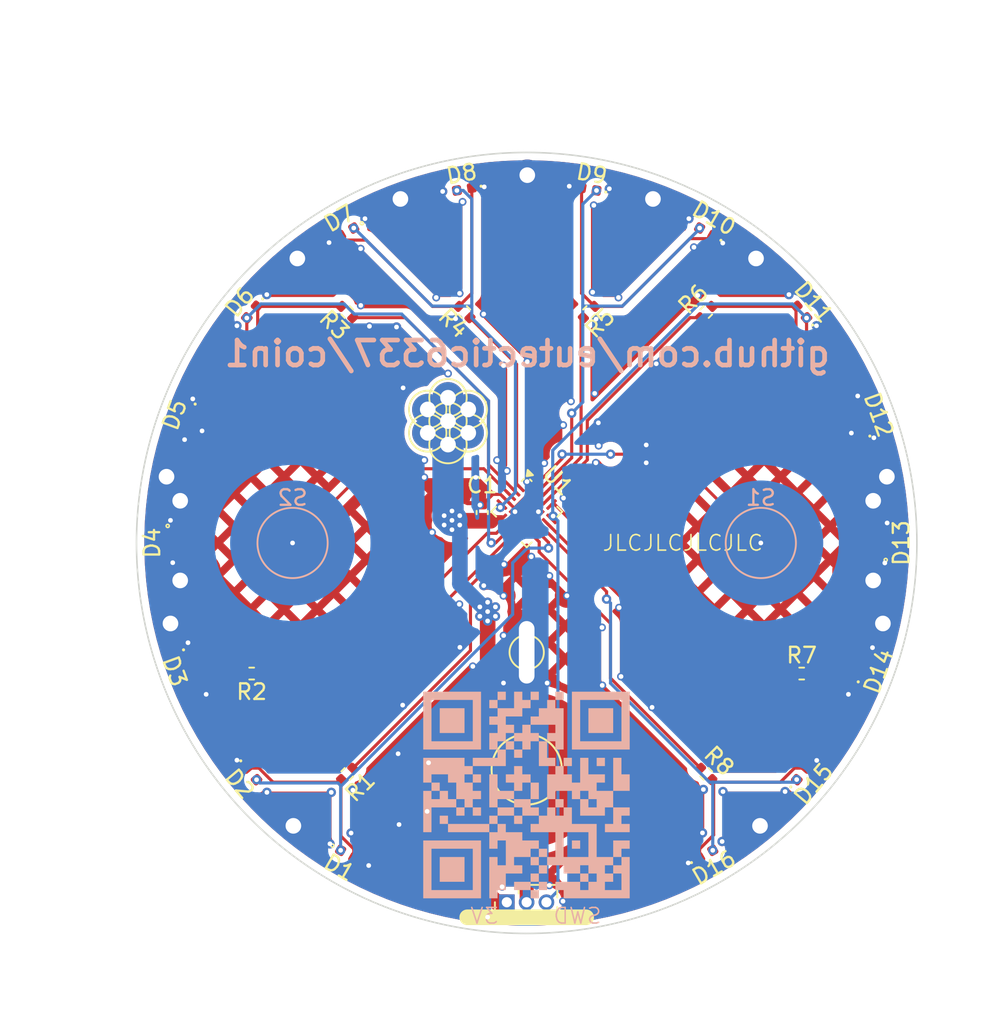
<source format=kicad_pcb>
(kicad_pcb (version 20241229) (generator "pcbnew") (generator_version "9.0")
  (layers (0 "F.Cu" signal) (2 "B.Cu" signal) (13 "F.Paste" user) (15 "B.Paste" user) (5 "F.SilkS" user "F.Silkscreen") (7 "B.SilkS" user "B.Silkscreen") (1 "F.Mask" user) (3 "B.Mask" user) (25 "Edge.Cuts" user))
  (net 0 "")
  (net 1 "Net-(D1-A)")
  (net 2 "GND")
  (net 3 "+3V0")
  (net 4 "PWM8")
  (net 5 "Net-(D3-A)")
  (net 6 "Net-(D15-A)")
  (net 7 "Net-(D5-A)")
  (net 8 "Net-(D13-A)")
  (net 9 "PWM7")
  (net 10 "Net-(D7-A)")
  (net 11 "PWM6")
  (net 12 "Net-(D11-A)")
  (net 13 "PWM5")
  (net 14 "Net-(D10-K)")
  (net 15 "PWM4")
  (net 16 "PWM3")
  (net 17 "PWM2")
  (net 18 "PWM1")
  (net 19 "GP4")
  (net 20 "GP7")
  (net 21 "/touch2")
  (net 22 "/touch1")
  (net 23 "GP6")
  (net 24 "GP1")
  (net 25 "GP8")
  (net 26 "GP5")
  (net 27 "GP3")
  (net 28 "GP2")
  (footprint "" (layer "F.Cu") (at 26.924 45.758)
    (property "Reference" "stitch1" (hide yes))
    (property "Value" "")
  )
  (footprint "Resistor_SMD:R_0402_1005Metric" (layer "F.Cu") (at 61.5 64.784115 -45)
    (property "Reference" "R8")
    (property "Value" "47R")
  )
  (footprint "" (layer "F.Cu") (at 41.91 27.978)
    (property "Reference" "stitch1" (hide yes))
    (property "Value" "")
  )
  (footprint "Resistor_SMD:R_0402_1005Metric" (layer "F.Cu") (at 61.5 35.215884 45)
    (property "Reference" "R6")
    (property "Value" "47R")
  )
  (footprint "LED_SMD:LED_0402_1005Metric" (layer "F.Cu") (at 32.380977 64.784115 -50)
    (property "Reference" "D2")
    (property "Value" "LED")
  )
  (footprint "Connector_PinHeader_1.27mm:PinHeader_1x03_P1.27mm_Vertical" (layer "F.Cu") (at 48.725 73 90)
    (property "Reference" "J1" (hide yes))
    (property "Value" "Conn_01x03")
  )
  (footprint "Resistor_SMD:R_0402_1005Metric" (layer "F.Cu") (at 67.619023 58.36)
    (property "Reference" "R7")
    (property "Value" "47R")
  )
  (footprint "LED_SMD:LED_0402_1005Metric" (layer "F.Cu") (at 38.499999 30.081415 -150)
    (property "Reference" "D7")
    (property "Value" "LED")
  )
  (footprint "" (layer "F.Cu") (at 27.178 55.156)
    (property "Reference" "stitch1" (hide yes))
    (property "Value" "")
  )
  (footprint "LED_SMD:LED_0402_1005Metric" (layer "F.Cu") (at 71.61293 42.133536 110)
    (property "Reference" "D12")
    (property "Value" "LED")
  )
  (footprint "LED_SMD:LED_0402_1005Metric" (layer "F.Cu") (at 32.380977 35.215884 -130)
    (property "Reference" "D6")
    (property "Value" "LED")
  )
  (footprint "LED_SMD:LED_0402_1005Metric" (layer "F.Cu") (at 38.5 69.918584 -30)
    (property "Reference" "D1")
    (property "Value" "LED")
  )
  (footprint "Package_DFN_QFN:QFN-20-1EP_3x3mm_P0.4mm_EP1.65x1.65mm" (layer "F.Cu") (at 50 48 -45)
    (property "Reference" "U1")
    (property "Value" "WCH CH32V003F4U6")
  )
  (footprint "TestPoint:TestPoint_THTPad_D2.0mm_Drill1.0mm" (layer "F.Cu") (at 44.958 42.202)
    (property "Reference" "through-r1" (hide yes))
    (property "Value" "TestPoint_THTPad_D2.0mm_Drill1.0mm" (hide yes))
  )
  (footprint "" (layer "F.Cu") (at 35.306 31.788)
    (property "Reference" "stitch1" (hide yes))
    (property "Value" "")
  )
  (footprint "Resistor_SMD:R_0402_1005Metric" (layer "F.Cu") (at 32.380977 58.36 180)
    (property "Reference" "R2")
    (property "Value" "47R")
  )
  (footprint "LED_SMD:LED_0402_1005Metric" (layer "F.Cu") (at 27 50 -90)
    (property "Reference" "D4")
    (property "Value" "LED")
  )
  (footprint "" (layer "F.Cu") (at 27.8 47.3)
    (property "Reference" "align-r1" (hide yes))
    (property "Value" "")
  )
  (footprint "LED_SMD:LED_0402_1005Metric" (layer "F.Cu") (at 46.006091 27.349421 -170)
    (property "Reference" "D8")
    (property "Value" "LED")
  )
  (footprint "" (layer "F.Cu") (at 35.052 68.11)
    (property "Reference" "stitch1" (hide yes))
    (property "Value" "")
  )
  (footprint "Capacitor_SMD:C_0402_1005Metric" (layer "F.Cu") (at 47.15 48.05 90)
    (property "Reference" "C1")
    (property "Value" "1u")
  )
  (footprint "" (layer "F.Cu") (at 64.948 68.11)
    (property "Reference" "stitch1" (hide yes))
    (property "Value" "")
  )
  (footprint "" (layer "F.Cu") (at 73.076 45.758)
    (property "Reference" "stitch1" (hide yes))
    (property "Value" "")
  )
  (footprint "LED_SMD:LED_0402_1005Metric" (layer "F.Cu") (at 67.619022 64.784115 50)
    (property "Reference" "D15")
    (property "Value" "LED")
  )
  (footprint "" (layer "F.Cu") (at 27.8 52.4)
    (property "Reference" "align-r3" (hide yes))
    (property "Value" "")
  )
  (footprint "TestPoint:TestPoint_THTPad_D2.0mm_Drill1.0mm" (layer "F.Cu") (at 43.658961 42.952 120)
    (property "Reference" "through-r6" (hide yes))
    (property "Value" "TestPoint_THTPad_D2.0mm_Drill1.0mm" (hide yes))
  )
  (footprint "LED_SMD:LED_0402_1005Metric" (layer "F.Cu") (at 28.387069 57.866463 -70)
    (property "Reference" "D3")
    (property "Value" "LED")
  )
  (footprint "TestPoint:TestPoint_THTPad_D2.0mm_Drill1.0mm" (layer "F.Cu") (at 46.257038 42.952 -120)
    (property "Reference" "through-r4" (hide yes))
    (property "Value" "TestPoint_THTPad_D2.0mm_Drill1.0mm" (hide yes))
  )
  (footprint "" (layer "F.Cu") (at 72.2 52.4)
    (property "Reference" "align-r4" (hide yes))
    (property "Value" "")
  )
  (footprint "" (layer "F.Cu") (at 72.2 47.3)
    (property "Reference" "align-r2" (hide yes))
    (property "Value" "")
  )
  (footprint "Resistor_SMD:R_0402_1005Metric" (layer "F.Cu") (at 46.006092 35.215884 135)
    (property "Reference" "R4")
    (property "Value" "47R")
  )
  (footprint "LED_SMD:LED_0402_1005Metric" (layer "F.Cu") (at 61.5 69.918584 30)
    (property "Reference" "D16")
    (property "Value" "LED")
  )
  (footprint "TestPoint:TestPoint_THTPad_D2.0mm_Drill1.0mm" (layer "F.Cu") (at 44.958 40.702)
    (property "Reference" "through-r2" (hide yes))
    (property "Value" "TestPoint_THTPad_D2.0mm_Drill1.0mm" (hide yes))
  )
  (footprint "LED_SMD:LED_0402_1005Metric" (layer "F.Cu") (at 61.5 30.081415 150)
    (property "Reference" "D10")
    (property "Value" "LED")
  )
  (footprint "TestPoint:TestPoint_THTPad_D2.0mm_Drill1.0mm" (layer "F.Cu") (at 43.658961 41.452 60)
    (property "Reference" "through-r7" (hide yes))
    (property "Value" "TestPoint_THTPad_D2.0mm_Drill1.0mm" (hide yes))
  )
  (footprint "LED_SMD:LED_0402_1005Metric" (layer "F.Cu") (at 73 50 90)
    (property "Reference" "D13")
    (property "Value" "LED")
  )
  (footprint "TestPoint:TestPoint_THTPad_D2.0mm_Drill1.0mm" (layer "F.Cu") (at 46.257038 41.452 -60)
    (property "Reference" "through-r3" (hide yes))
    (property "Value" "TestPoint_THTPad_D2.0mm_Drill1.0mm" (hide yes))
  )
  (footprint "Resistor_SMD:R_0402_1005Metric" (layer "F.Cu") (at 38.5 64.784115 -135)
    (property "Reference" "R1")
    (property "Value" "47R")
  )
  (footprint "TestPoint:TestPoint_Pad_D4.0mm" (layer "F.Cu") (at 50 64.5)
    (property "Reference" "-")
    (property "Value" "BAT-")
  )
  (footprint "LED_SMD:LED_0402_1005Metric" (layer "F.Cu") (at 28.387069 42.133536 -110)
    (property "Reference" "D5")
    (property "Value" "LED")
  )
  (footprint "TestPoint:TestPoint_THTPad_D2.0mm_Drill1.0mm" (layer "F.Cu") (at 44.958 43.702 180)
    (property "Reference" "through-r5" (hide yes))
    (property "Value" "TestPoint_THTPad_D2.0mm_Drill1.0mm" (hide yes))
  )
  (footprint "TestPoint:TestPoint_THTPad_3.0x3.0mm_Drill1.5mm" (layer "F.Cu") (at 50 57)
    (property "Reference" "battery-eject1" (hide yes))
    (property "Value" "TestPoint_THTPad_3.0x3.0mm_Drill1.5mm" (hide yes))
  )
  (footprint "Resistor_SMD:R_0402_1005Metric" (layer "F.Cu") (at 53.993908 35.215884 45)
    (property "Reference" "R5")
    (property "Value" "47R")
  )
  (footprint "" (layer "F.Cu") (at 64.694 31.788)
    (property "Reference" "stitch1" (hide yes))
    (property "Value" "")
  )
  (footprint "TestPoint:TestPoint_Pad_D4.0mm" (layer "F.Cu") (at 50 64.5)
    (property "Reference" "B1" (hide yes))
    (property "Value" "BAT-")
  )
  (footprint "LED_SMD:LED_0402_1005Metric" (layer "F.Cu") (at 53.993908 27.349421 170)
    (property "Reference" "D9")
    (property "Value" "LED")
  )
  (footprint "LED_SMD:LED_0402_1005Metric" (layer "F.Cu") (at 71.61293 57.866463 70)
    (property "Reference" "D14")
    (property "Value" "LED")
  )
  (footprint "" (layer "F.Cu") (at 72.822 55.156)
    (property "Reference" "stitch1" (hide yes))
    (property "Value" "")
  )
  (footprint "" (layer "F.Cu") (at 58.09 27.978)
    (property "Reference" "stitch1" (hide yes))
    (property "Value" "")
  )
  (footprint "LED_SMD:LED_0402_1005Metric" (layer "F.Cu") (at 67.619022 35.215884 130)
    (property "Reference" "D11")
    (property "Value" "LED")
  )
  (footprint "" (layer "F.Cu") (at 50.038 26.454)
    (property "Reference" "stitch1" (hide yes))
    (property "Value" "")
  )
  (footprint "Resistor_SMD:R_0402_1005Metric" (layer "F.Cu") (at 38.5 35.215884 135)
    (property "Reference" "R3")
    (property "Value" "47R")
  )
  (footprint "TestPoint:TestPoint_Pad_D4.0mm" (layer "B.Cu") (at 65 50 180)
    (property "Reference" "S1")
    (property "Value" "touch")
  )
  (footprint "TestPoint:TestPoint_Pad_D4.0mm" (layer "B.Cu") (at 35 50 180)
    (property "Reference" "S2")
    (property "Value" "touch")
  )
  (gr_circle (center 35 50) (end 40.5 50) (stroke (width 1)) (fill no) (layer "B.Cu") (net 2))
  (gr_circle (center 65 50) (end 70.5 50) (stroke (width 1)) (fill no) (layer "B.Cu") (net 2))
  (gr_poly (pts (xy 47.604167 68.516666) (xy 47.075 68.516666) (xy 46.545833 68.516666) (xy 46.016667 68.516666) (xy 45.4875 68.516666) (xy 44.958334 68.516666) (xy 44.958334 67.9875) (xy 45.4875 67.9875) (xy 46.016667 67.9875) (xy 46.545833 67.9875) (xy 47.075 67.9875) (xy 47.604167 67.9875)) (stroke (width -0.000001)) (fill yes) (layer "B.SilkS"))
  (gr_poly (pts (xy 51.308333 70.104166) (xy 50.779166 70.104166) (xy 50.779166 69.575) (xy 51.308333 69.575)) (stroke (width -0.000001)) (fill yes) (layer "B.SilkS"))
  (gr_poly (pts (xy 50.779166 60.05) (xy 50.25 60.05) (xy 50.25 59.520834) (xy 50.779166 59.520834)) (stroke (width -0.000001)) (fill yes) (layer "B.SilkS"))
  (gr_poly (pts (xy 44.958334 67.9875) (xy 44.429167 67.9875) (xy 44.429167 67.458333) (xy 44.958334 67.458333)) (stroke (width -0.000001)) (fill yes) (layer "B.SilkS"))
  (gr_poly (pts (xy 49.720833 60.05) (xy 50.25 60.05) (xy 50.25 60.579167) (xy 49.720833 60.579167) (xy 49.720833 61.108334) (xy 49.191667 61.108334) (xy 48.6625 61.108334) (xy 48.6625 61.6375) (xy 49.191667 61.6375) (xy 49.191667 62.166667) (xy 48.6625 62.166667) (xy 48.6625 62.695833) (xy 48.133333 62.695833) (xy 48.133333 63.225) (xy 47.604167 63.225) (xy 47.604167 62.695833) (xy 47.604167 62.166667) (xy 48.133333 62.166667) (xy 48.133333 61.6375) (xy 47.604167 61.6375) (xy 47.604167 61.108334) (xy 48.133333 61.108334) (xy 48.133333 60.579167) (xy 48.6625 60.579167) (xy 49.191667 60.579167) (xy 49.191667 60.05) (xy 49.191667 59.520834) (xy 49.720833 59.520834)) (stroke (width -0.000001)) (fill yes) (layer "B.SilkS"))
  (gr_poly (pts (xy 47.075 67.458333) (xy 46.545833 67.458333) (xy 46.545833 66.929166) (xy 47.075 66.929166)) (stroke (width -0.000001)) (fill yes) (layer "B.SilkS"))
  (gr_poly (pts (xy 49.720833 63.754167) (xy 49.191667 63.754167) (xy 49.191667 63.225) (xy 49.720833 63.225)) (stroke (width -0.000001)) (fill yes) (layer "B.SilkS"))
  (gr_poly (pts (xy 56.070833 64.283333) (xy 56.070833 64.8125) (xy 56.6 64.8125) (xy 56.6 65.341667) (xy 56.6 65.870833) (xy 56.070833 65.870833) (xy 55.541666 65.870833) (xy 55.541666 65.341667) (xy 55.541666 64.8125) (xy 55.541666 64.283333) (xy 55.541666 63.754167) (xy 56.070833 63.754167)) (stroke (width -0.000001)) (fill yes) (layer "B.SilkS"))
  (gr_poly (pts (xy 49.191667 67.458333) (xy 48.6625 67.458333) (xy 48.133333 67.458333) (xy 48.133333 66.929166) (xy 48.6625 66.929166) (xy 49.191667 66.929166)) (stroke (width -0.000001)) (fill yes) (layer "B.SilkS"))
  (gr_poly (pts (xy 44.429167 65.870833) (xy 43.9 65.870833) (xy 43.9 65.341667) (xy 44.429167 65.341667)) (stroke (width -0.000001)) (fill yes) (layer "B.SilkS"))
  (gr_poly (pts (xy 47.075 60.05) (xy 47.075 60.579167) (xy 47.075 61.108334) (xy 47.075 61.6375) (xy 47.075 62.166667) (xy 47.075 62.695833) (xy 47.075 63.225) (xy 46.545833 63.225) (xy 46.016667 63.225) (xy 45.4875 63.225) (xy 44.958334 63.225) (xy 44.429167 63.225) (xy 43.9 63.225) (xy 43.370834 63.225) (xy 43.370834 62.695833) (xy 43.370834 62.166667) (xy 43.370834 61.6375) (xy 43.370834 61.108334) (xy 43.370834 60.579167) (xy 43.9 60.579167) (xy 43.9 61.108334) (xy 43.9 61.6375) (xy 43.9 62.166667) (xy 43.9 62.695833) (xy 44.429167 62.695833) (xy 44.958334 62.695833) (xy 45.4875 62.695833) (xy 46.016667 62.695833) (xy 46.545833 62.695833) (xy 46.545833 62.166667) (xy 46.545833 61.6375) (xy 46.545833 61.108334) (xy 46.545833 60.579167) (xy 46.545833 60.05) (xy 46.016667 60.05) (xy 45.4875 60.05) (xy 44.958334 60.05) (xy 44.429167 60.05) (xy 43.9 60.05) (xy 43.9 60.579167) (xy 43.370834 60.579167) (xy 43.370834 60.05) (xy 43.370834 59.520834) (xy 43.9 59.520834) (xy 44.429167 59.520834) (xy 44.958334 59.520834) (xy 45.4875 59.520834) (xy 46.016667 59.520834) (xy 46.545833 59.520834) (xy 47.075 59.520834)) (stroke (width -0.000001)) (fill yes) (layer "B.SilkS"))
  (gr_poly (pts (xy 49.720833 64.8125) (xy 50.25 64.8125) (xy 50.25 65.341667) (xy 49.720833 65.341667) (xy 49.720833 65.870833) (xy 49.191667 65.870833) (xy 49.191667 65.341667) (xy 48.6625 65.341667) (xy 48.6625 64.8125) (xy 49.191667 64.8125) (xy 49.191667 64.283333) (xy 49.720833 64.283333)) (stroke (width -0.000001)) (fill yes) (layer "B.SilkS"))
  (gr_poly (pts (xy 51.8375 60.579167) (xy 52.366666 60.579167) (xy 52.366666 61.108334) (xy 52.366666 61.6375) (xy 52.366666 62.166667) (xy 52.366666 62.695833) (xy 52.366666 63.225) (xy 51.8375 63.225) (xy 51.8375 62.695833) (xy 51.308333 62.695833) (xy 51.308333 62.166667) (xy 51.8375 62.166667) (xy 51.8375 61.6375) (xy 51.308333 61.6375) (xy 50.779166 61.6375) (xy 50.25 61.6375) (xy 50.25 61.108334) (xy 50.779166 61.108334) (xy 50.779166 60.579167) (xy 51.308333 60.579167) (xy 51.308333 60.05) (xy 51.8375 60.05)) (stroke (width -0.000001)) (fill yes) (layer "B.SilkS"))
  (gr_poly (pts (xy 46.016667 64.283333) (xy 46.545833 64.283333) (xy 46.545833 64.8125) (xy 46.016667 64.8125) (xy 46.016667 65.341667) (xy 46.545833 65.341667) (xy 46.545833 65.870833) (xy 47.075 65.870833) (xy 47.075 66.4) (xy 46.545833 66.4) (xy 46.545833 66.929166) (xy 46.016667 66.929166) (xy 46.016667 66.4) (xy 45.4875 66.4) (xy 45.4875 66.929166) (xy 44.958334 66.929166) (xy 44.429167 66.929166) (xy 43.9 66.929166) (xy 43.9 67.458333) (xy 43.9 67.9875) (xy 43.9 68.516666) (xy 43.370834 68.516666) (xy 43.370834 67.9875) (xy 43.370834 67.458333) (xy 43.370834 66.929166) (xy 43.370834 66.4) (xy 43.370834 65.870833) (xy 43.9 65.870833) (xy 43.9 66.4) (xy 44.429167 66.4) (xy 44.429167 65.870833) (xy 44.958334 65.870833) (xy 44.958334 66.4) (xy 45.4875 66.4) (xy 45.4875 65.870833) (xy 45.4875 65.341667) (xy 44.958334 65.341667) (xy 44.958334 64.8125) (xy 44.429167 64.8125) (xy 43.9 64.8125) (xy 43.9 65.341667) (xy 43.370834 65.341667) (xy 43.370834 64.8125) (xy 43.370834 64.283333) (xy 43.370834 63.754167) (xy 43.9 63.754167) (xy 44.429167 63.754167) (xy 44.958334 63.754167) (xy 45.4875 63.754167) (xy 46.016667 63.754167)) (stroke (width -0.000001)) (fill yes) (layer "B.SilkS"))
  (gr_poly (pts (xy 50.779166 65.870833) (xy 50.779166 66.4) (xy 50.25 66.4) (xy 50.25 65.870833) (xy 50.25 65.341667) (xy 50.779166 65.341667)) (stroke (width -0.000001)) (fill yes) (layer "B.SilkS"))
  (gr_poly (pts (xy 48.6625 60.05) (xy 48.133333 60.05) (xy 48.133333 59.520834) (xy 48.6625 59.520834)) (stroke (width -0.000001)) (fill yes) (layer "B.SilkS"))
  (gr_poly (pts (xy 56.6 60.05) (xy 56.6 60.579167) (xy 56.6 61.108334) (xy 56.6 61.6375) (xy 56.6 62.166667) (xy 56.6 62.695833) (xy 56.6 63.225) (xy 56.070833 63.225) (xy 55.541666 63.225) (xy 55.0125 63.225) (xy 54.483333 63.225) (xy 53.954166 63.225) (xy 53.425 63.225) (xy 52.895833 63.225) (xy 52.895833 62.695833) (xy 52.895833 62.166667) (xy 52.895833 61.6375) (xy 52.895833 61.108334) (xy 52.895833 60.579167) (xy 53.425 60.579167) (xy 53.425 61.108334) (xy 53.425 61.6375) (xy 53.425 62.166667) (xy 53.425 62.695833) (xy 53.954166 62.695833) (xy 54.483333 62.695833) (xy 55.0125 62.695833) (xy 55.541666 62.695833) (xy 56.070833 62.695833) (xy 56.070833 62.166667) (xy 56.070833 61.6375) (xy 56.070833 61.108334) (xy 56.070833 60.579167) (xy 56.070833 60.05) (xy 55.541666 60.05) (xy 55.0125 60.05) (xy 54.483333 60.05) (xy 53.954166 60.05) (xy 53.425 60.05) (xy 53.425 60.579167) (xy 52.895833 60.579167) (xy 52.895833 60.05) (xy 52.895833 59.520834) (xy 53.425 59.520834) (xy 53.954166 59.520834) (xy 54.483333 59.520834) (xy 55.0125 59.520834) (xy 55.541666 59.520834) (xy 56.070833 59.520834) (xy 56.6 59.520834)) (stroke (width -0.000001)) (fill yes) (layer "B.SilkS"))
  (gr_poly (pts (xy 48.6625 68.516666) (xy 49.191667 68.516666) (xy 49.720833 68.516666) (xy 49.720833 69.045833) (xy 50.25 69.045833) (xy 50.779166 69.045833) (xy 50.779166 69.575) (xy 50.25 69.575) (xy 50.25 70.104166) (xy 49.720833 70.104166) (xy 49.191667 70.104166) (xy 49.191667 70.633333) (xy 49.720833 70.633333) (xy 49.720833 71.1625) (xy 49.191667 71.1625) (xy 48.6625 71.1625) (xy 48.6625 71.691666) (xy 48.6625 72.220833) (xy 48.133333 72.220833) (xy 48.133333 72.75) (xy 47.604167 72.75) (xy 47.604167 72.220833) (xy 47.604167 71.691666) (xy 47.604167 71.1625) (xy 47.604167 70.633333) (xy 47.604167 70.104166) (xy 48.133333 70.104166) (xy 48.133333 70.633333) (xy 48.6625 70.633333) (xy 48.6625 70.104166) (xy 48.6625 69.575) (xy 48.6625 69.045833) (xy 48.133333 69.045833) (xy 48.133333 69.575) (xy 47.604167 69.575) (xy 47.604167 69.045833) (xy 47.604167 68.516666) (xy 48.133333 68.516666) (xy 48.133333 67.9875) (xy 48.6625 67.9875)) (stroke (width -0.000001)) (fill yes) (layer "B.SilkS"))
  (gr_poly (pts (xy 50.25 72.220833) (xy 49.720833 72.220833) (xy 49.191667 72.220833) (xy 49.191667 71.691666) (xy 49.720833 71.691666) (xy 50.25 71.691666)) (stroke (width -0.000001)) (fill yes) (layer "B.SilkS"))
  (gr_poly (pts (xy 50.779166 71.691666) (xy 50.25 71.691666) (xy 50.25 71.1625) (xy 50.779166 71.1625)) (stroke (width -0.000001)) (fill yes) (layer "B.SilkS"))
  (gr_poly (pts (xy 56.6 67.458333) (xy 56.070833 67.458333) (xy 56.070833 67.9875) (xy 56.6 67.9875) (xy 56.6 68.516666) (xy 56.070833 68.516666) (xy 55.541666 68.516666) (xy 55.0125 68.516666) (xy 55.0125 67.9875) (xy 55.541666 67.9875) (xy 55.541666 67.458333) (xy 55.541666 66.929166) (xy 56.070833 66.929166) (xy 56.6 66.929166)) (stroke (width -0.000001)) (fill yes) (layer "B.SilkS"))
  (gr_poly (pts (xy 48.133333 60.579167) (xy 47.604167 60.579167) (xy 47.604167 60.05) (xy 48.133333 60.05)) (stroke (width -0.000001)) (fill yes) (layer "B.SilkS"))
  (gr_poly (pts (xy 56.6 69.575) (xy 56.070833 69.575) (xy 56.070833 70.104166) (xy 55.541666 70.104166) (xy 55.541666 69.575) (xy 55.541666 69.045833) (xy 56.070833 69.045833) (xy 56.6 69.045833)) (stroke (width -0.000001)) (fill yes) (layer "B.SilkS"))
  (gr_poly (pts (xy 55.541666 61.108334) (xy 55.541666 61.6375) (xy 55.541666 62.166667) (xy 55.0125 62.166667) (xy 54.483333 62.166667) (xy 53.954166 62.166667) (xy 53.954166 61.6375) (xy 53.954166 61.108334) (xy 53.954166 60.579167) (xy 54.483333 60.579167) (xy 55.0125 60.579167) (xy 55.541666 60.579167)) (stroke (width -0.000001)) (fill yes) (layer "B.SilkS"))
  (gr_poly (pts (xy 52.366666 60.05) (xy 51.8375 60.05) (xy 51.8375 59.520834) (xy 52.366666 59.520834)) (stroke (width -0.000001)) (fill yes) (layer "B.SilkS"))
  (gr_poly (pts (xy 49.191667 63.225) (xy 48.6625 63.225) (xy 48.6625 62.695833) (xy 49.191667 62.695833)) (stroke (width -0.000001)) (fill yes) (layer "B.SilkS"))
  (gr_poly (pts (xy 55.0125 64.283333) (xy 54.483333 64.283333) (xy 54.483333 63.754167) (xy 55.0125 63.754167)) (stroke (width -0.000001)) (fill yes) (layer "B.SilkS"))
  (gr_poly (pts (xy 50.25 62.166667) (xy 50.779166 62.166667) (xy 50.779166 62.695833) (xy 50.25 62.695833) (xy 50.25 63.225) (xy 49.720833 63.225) (xy 49.720833 62.695833) (xy 49.191667 62.695833) (xy 49.191667 62.166667) (xy 49.720833 62.166667) (xy 49.720833 61.6375) (xy 50.25 61.6375)) (stroke (width -0.000001)) (fill yes) (layer "B.SilkS"))
  (gr_poly (pts (xy 46.016667 70.633333) (xy 46.016667 71.1625) (xy 46.016667 71.691666) (xy 45.4875 71.691666) (xy 44.958334 71.691666) (xy 44.429167 71.691666) (xy 44.429167 71.1625) (xy 44.429167 70.633333) (xy 44.429167 70.104166) (xy 44.958334 70.104166) (xy 45.4875 70.104166) (xy 46.016667 70.104166)) (stroke (width -0.000001)) (fill yes) (layer "B.SilkS"))
  (gr_poly (pts (xy 47.075 69.575) (xy 47.075 70.104166) (xy 47.075 70.633333) (xy 47.075 71.1625) (xy 47.075 71.691666) (xy 47.075 72.220833) (xy 47.075 72.75) (xy 46.545833 72.75) (xy 46.016667 72.75) (xy 45.4875 72.75) (xy 44.958334 72.75) (xy 44.429167 72.75) (xy 43.9 72.75) (xy 43.370834 72.75) (xy 43.370834 72.220833) (xy 43.370834 71.691666) (xy 43.370834 71.1625) (xy 43.370834 70.633333) (xy 43.370834 70.104166) (xy 43.9 70.104166) (xy 43.9 70.633333) (xy 43.9 71.1625) (xy 43.9 71.691666) (xy 43.9 72.220833) (xy 44.429167 72.220833) (xy 44.958334 72.220833) (xy 45.4875 72.220833) (xy 46.016667 72.220833) (xy 46.545833 72.220833) (xy 46.545833 71.691666) (xy 46.545833 71.1625) (xy 46.545833 70.633333) (xy 46.545833 70.104166) (xy 46.545833 69.575) (xy 46.016667 69.575) (xy 45.4875 69.575) (xy 44.958334 69.575) (xy 44.429167 69.575) (xy 43.9 69.575) (xy 43.9 70.104166) (xy 43.370834 70.104166) (xy 43.370834 69.575) (xy 43.370834 69.045833) (xy 43.9 69.045833) (xy 44.429167 69.045833) (xy 44.958334 69.045833) (xy 45.4875 69.045833) (xy 46.016667 69.045833) (xy 46.545833 69.045833) (xy 47.075 69.045833)) (stroke (width -0.000001)) (fill yes) (layer "B.SilkS"))
  (gr_poly (pts (xy 50.779166 70.633333) (xy 50.25 70.633333) (xy 50.25 70.104166) (xy 50.779166 70.104166)) (stroke (width -0.000001)) (fill yes) (layer "B.SilkS"))
  (gr_poly (pts (xy 51.308333 72.220833) (xy 50.779166 72.220833) (xy 50.779166 71.691666) (xy 51.308333 71.691666)) (stroke (width -0.000001)) (fill yes) (layer "B.SilkS"))
  (gr_poly (pts (xy 53.425 69.575) (xy 52.895833 69.575) (xy 52.895833 69.045833) (xy 53.425 69.045833)) (stroke (width -0.000001)) (fill yes) (layer "B.SilkS"))
  (gr_poly (pts (xy 46.016667 67.458333) (xy 45.4875 67.458333) (xy 45.4875 66.929166) (xy 46.016667 66.929166)) (stroke (width -0.000001)) (fill yes) (layer "B.SilkS"))
  (gr_poly (pts (xy 51.8375 67.458333) (xy 52.366666 67.458333) (xy 52.366666 66.929166) (xy 52.895833 66.929166) (xy 52.895833 67.458333) (xy 52.895833 67.9875) (xy 53.425 67.9875) (xy 53.954166 67.9875) (xy 54.483333 67.9875) (xy 54.483333 68.516666) (xy 54.483333 69.045833) (xy 54.483333 69.575) (xy 54.483333 70.104166) (xy 55.0125 70.104166) (xy 55.541666 70.104166) (xy 55.541666 70.633333) (xy 56.070833 70.633333) (xy 56.070833 70.104166) (xy 56.6 70.104166) (xy 56.6 70.633333) (xy 56.6 71.1625) (xy 56.6 71.691666) (xy 56.6 72.220833) (xy 56.6 72.75) (xy 56.070833 72.75) (xy 55.541666 72.75) (xy 55.0125 72.75) (xy 54.483333 72.75) (xy 53.954166 72.75) (xy 53.425 72.75) (xy 52.895833 72.75) (xy 52.366666 72.75) (xy 52.366666 72.220833) (xy 51.8375 72.220833) (xy 51.8375 71.691666) (xy 52.366666 71.691666) (xy 52.895833 71.691666) (xy 53.425 71.691666) (xy 53.425 72.220833) (xy 53.954166 72.220833) (xy 53.954166 71.691666) (xy 54.483333 71.691666) (xy 55.0125 71.691666) (xy 55.0125 72.220833) (xy 55.541666 72.220833) (xy 56.070833 72.220833) (xy 56.070833 71.691666) (xy 56.070833 71.1625) (xy 55.541666 71.1625) (xy 55.541666 71.691666) (xy 55.0125 71.691666) (xy 54.483333 71.691666) (xy 54.483333 71.1625) (xy 55.0125 71.1625) (xy 55.541666 71.1625) (xy 55.541666 70.633333) (xy 55.0125 70.633333) (xy 55.0125 71.1625) (xy 54.483333 71.1625) (xy 53.954166 71.1625) (xy 53.954166 70.633333) (xy 53.425 70.633333) (xy 53.425 71.1625) (xy 52.895833 71.1625) (xy 52.366666 71.1625) (xy 52.366666 70.633333) (xy 51.8375 70.633333) (xy 51.308333 70.633333) (xy 51.308333 70.104166) (xy 51.8375 70.104166) (xy 51.8375 69.575) (xy 51.8375 69.045833) (xy 52.366666 69.045833) (xy 52.366666 69.575) (xy 52.366666 70.104166) (xy 52.895833 70.104166) (xy 53.425 70.104166) (xy 53.954166 70.104166) (xy 53.954166 69.575) (xy 53.954166 69.045833) (xy 53.954166 68.516666) (xy 53.425 68.516666) (xy 52.895833 68.516666) (xy 52.366666 68.516666) (xy 52.366666 69.045833) (xy 51.8375 69.045833) (xy 51.8375 68.516666) (xy 51.308333 68.516666) (xy 50.779166 68.516666) (xy 50.25 68.516666) (xy 50.25 67.9875) (xy 50.779166 67.9875) (xy 50.779166 67.458333) (xy 51.308333 67.458333) (xy 51.308333 66.929166) (xy 51.8375 66.929166)) (stroke (width -0.000001)) (fill yes) (layer "B.SilkS"))
  (gr_poly (pts (xy 48.133333 67.9875) (xy 47.604167 67.9875) (xy 47.604167 67.458333) (xy 48.133333 67.458333)) (stroke (width -0.000001)) (fill yes) (layer "B.SilkS"))
  (gr_poly (pts (xy 48.6625 63.754167) (xy 48.6625 64.283333) (xy 48.133333 64.283333) (xy 47.604167 64.283333) (xy 47.075 64.283333) (xy 46.545833 64.283333) (xy 46.545833 63.754167) (xy 47.075 63.754167) (xy 47.604167 63.754167) (xy 48.133333 63.754167) (xy 48.133333 63.225) (xy 48.6625 63.225)) (stroke (width -0.000001)) (fill yes) (layer "B.SilkS"))
  (gr_poly (pts (xy 51.308333 63.225) (xy 51.308333 63.754167) (xy 51.8375 63.754167) (xy 51.8375 64.283333) (xy 51.308333 64.283333) (xy 50.779166 64.283333) (xy 50.779166 63.754167) (xy 50.779166 63.225) (xy 50.779166 62.695833) (xy 51.308333 62.695833)) (stroke (width -0.000001)) (fill yes) (layer "B.SilkS"))
  (gr_poly (pts (xy 50.779166 72.75) (xy 50.25 72.75) (xy 50.25 72.220833) (xy 50.779166 72.220833)) (stroke (width -0.000001)) (fill yes) (layer "B.SilkS"))
  (gr_poly (pts (xy 52.895833 64.283333) (xy 52.366666 64.283333) (xy 52.366666 63.754167) (xy 52.895833 63.754167)) (stroke (width -0.000001)) (fill yes) (layer "B.SilkS"))
  (gr_poly (pts (xy 48.133333 65.341667) (xy 48.133333 65.870833) (xy 48.6625 65.870833) (xy 49.191667 65.870833) (xy 49.191667 66.4) (xy 48.6625 66.4) (xy 48.133333 66.4) (xy 48.133333 66.929166) (xy 47.604167 66.929166) (xy 47.604167 66.4) (xy 47.604167 65.870833) (xy 47.604167 65.341667) (xy 47.604167 64.8125) (xy 48.133333 64.8125)) (stroke (width -0.000001)) (fill yes) (layer "B.SilkS"))
  (gr_poly (pts (xy 50.25 66.929166) (xy 50.779166 66.929166) (xy 50.779166 67.458333) (xy 50.25 67.458333) (xy 49.720833 67.458333) (xy 49.720833 66.929166) (xy 49.191667 66.929166) (xy 49.191667 66.4) (xy 49.720833 66.4) (xy 50.25 66.4)) (stroke (width -0.000001)) (fill yes) (layer "B.SilkS"))
  (gr_poly (pts (xy 47.075 65.341667) (xy 46.545833 65.341667) (xy 46.545833 64.8125) (xy 47.075 64.8125)) (stroke (width -0.000001)) (fill yes) (layer "B.SilkS"))
  (gr_poly (pts (xy 52.366666 66.929166) (xy 51.8375 66.929166) (xy 51.8375 66.4) (xy 52.366666 66.4)) (stroke (width -0.000001)) (fill yes) (layer "B.SilkS"))
  (gr_poly (pts (xy 49.720833 67.9875) (xy 49.191667 67.9875) (xy 49.191667 67.458333) (xy 49.720833 67.458333)) (stroke (width -0.000001)) (fill yes) (layer "B.SilkS"))
  (gr_poly (pts (xy 53.954166 71.691666) (xy 53.425 71.691666) (xy 53.425 71.1625) (xy 53.954166 71.1625)) (stroke (width -0.000001)) (fill yes) (layer "B.SilkS"))
  (gr_poly (pts (xy 53.954166 64.283333) (xy 53.954166 64.8125) (xy 54.483333 64.8125) (xy 55.0125 64.8125) (xy 55.0125 65.341667) (xy 54.483333 65.341667) (xy 54.483333 65.870833) (xy 55.0125 65.870833) (xy 55.541666 65.870833) (xy 55.541666 66.4) (xy 55.541666 66.929166) (xy 55.0125 66.929166) (xy 55.0125 67.458333) (xy 54.483333 67.458333) (xy 53.954166 67.458333) (xy 53.425 67.458333) (xy 53.425 66.929166) (xy 53.954166 66.929166) (xy 54.483333 66.929166) (xy 54.483333 66.4) (xy 53.954166 66.4) (xy 53.954166 66.929166) (xy 53.425 66.929166) (xy 53.425 66.4) (xy 53.954166 66.4) (xy 53.954166 65.870833) (xy 53.425 65.870833) (xy 53.425 66.4) (xy 52.895833 66.4) (xy 52.895833 65.870833) (xy 52.366666 65.870833) (xy 51.8375 65.870833) (xy 51.8375 66.4) (xy 51.308333 66.4) (xy 51.308333 65.870833) (xy 51.308333 65.341667) (xy 51.308333 64.8125) (xy 51.8375 64.8125) (xy 51.8375 64.283333) (xy 52.366666 64.283333) (xy 52.366666 64.8125) (xy 52.895833 64.8125) (xy 52.895833 65.341667) (xy 53.425 65.341667) (xy 53.425 64.8125) (xy 53.425 64.283333) (xy 53.425 63.754167) (xy 53.954166 63.754167)) (stroke (width -0.000001)) (fill yes) (layer "B.SilkS"))
  (gr_poly (pts (xy 46.016667 61.108334) (xy 46.016667 61.6375) (xy 46.016667 62.166667) (xy 45.4875 62.166667) (xy 44.958334 62.166667) (xy 44.429167 62.166667) (xy 44.429167 61.6375) (xy 44.429167 61.108334) (xy 44.429167 60.579167) (xy 44.958334 60.579167) (xy 45.4875 60.579167) (xy 46.016667 60.579167)) (stroke (width -0.000001)) (fill yes) (layer "B.SilkS"))
  (gr_poly (pts (xy 51.308333 71.1625) (xy 50.779166 71.1625) (xy 50.779166 70.633333) (xy 51.308333 70.633333)) (stroke (width -0.000001)) (fill yes) (layer "B.SilkS"))
  (gr_circle (center 50 50) (end 75 50) (stroke (width 0.1)) (fill no) (layer "Edge.Cuts"))
  (gr_text "JLCJLCJLCJLC" (at 60 50 0) (layer "F.SilkS") (effects (font (size 1 1) (thickness 0.1))))
  (gr_text "3V" (at 48.26 74.46 0) (layer "B.SilkS") (effects (font (size 1 1) (thickness 0.1)) (justify left bottom mirror)))
  (gr_text "github.com/eutectic6337/coin1" (at 50.038 37.884 0) (layer "B.SilkS") (effects (font (size 1.6 1.6) (thickness 0.3) (bold yes)) (justify mirror)))
  (gr_text "SWD" (at 54.864 74.46 0) (layer "B.SilkS") (effects (font (size 1 1) (thickness 0.1)) (justify left bottom mirror)))
  (segment (start 38.1 65.184115) (end 38.1 68.771349) (width 0.2) (layer "F.Cu") (net 1))
  (segment (start 37.968115 65.316) (end 33.748144 65.316) (width 0.2) (layer "F.Cu") (net 1))
  (segment (start 38.139376 65.144739) (end 38.1 65.184115) (width 0.2) (layer "F.Cu") (net 1))
  (segment (start 38.139376 65.144739) (end 37.968115 65.316) (width 0.2) (layer "F.Cu") (net 1))
  (segment (start 38.079978 65.204137) (end 38.139376 65.144739) (width 0.2) (layer "F.Cu") (net 1))
  (segment (start 38.920022 69.591371) (end 38.920022 70.161084) (width 0.2) (layer "F.Cu") (net 1))
  (segment (start 33.748144 65.316) (end 32.844727 64.412583) (width 0.2) (layer "F.Cu") (net 1))
  (segment (start 38.1 68.771349) (end 38.920022 69.591371) (width 0.2) (layer "F.Cu") (net 1))
  (segment (start 32.844727 64.412583) (end 32.069225 64.412583) (width 0.2) (layer "F.Cu") (net 1))
  (segment (start 49.995001 71.666) (end 50 71.661001) (width 0.9) (layer "F.Cu") (net 2))
  (segment (start 49.25 47.815686) (end 49.25 48) (width 0.2) (layer "F.Cu") (net 2))
  (segment (start 47.831119 46.888881) (end 48.323195 46.888881) (width 0.2) (layer "F.Cu") (net 2))
  (segment (start 50 71.670999) (end 49.995001 71.666) (width 0.9) (layer "F.Cu") (net 2))
  (segment (start 50 72.995001) (end 50 71.670999) (width 0.9) (layer "F.Cu") (net 2))
  (segment (start 47.15 47.57) (end 47.831119 46.888881) (width 0.2) (layer "F.Cu") (net 2))
  (segment (start 50 71.661001) (end 50 64.5) (width 0.9) (layer "F.Cu") (net 2))
  (segment (start 49.995001 73) (end 50 72.995001) (width 0.9) (layer "F.Cu") (net 2))
  (segment (start 50 64.5) (end 50 57) (width 0.9) (layer "F.Cu") (net 2))
  (segment (start 48.323195 46.888881) (end 48.691852 47.257538) (width 0.2) (layer "F.Cu") (net 2))
  (segment (start 48.691852 47.257538) (end 49.25 47.815686) (width 0.2) (layer "F.Cu") (net 2))
  (via (at 39.878 70.65) (size 0.6) (drill 0.3) (layers "F.Cu" "B.Cu") (net 2))
  (via (at 43.622 67.184248) (size 0.5) (drill 0.3) (layers "F.Cu" "B.Cu") (net 2))
  (via (at 28.082024 43.384656) (size 0.6) (drill 0.3) (layers "F.Cu" "B.Cu") (net 2))
  (via (at 73.092489 48.72) (size 0.6) (drill 0.3) (layers "F.Cu" "B.Cu") (net 2))
  (via (at 43.434 44.7) (size 0.5) (drill 0.3) (layers "F.Cu" "B.Cu") (net 2))
  (via (at 37.479978 65.96504) (size 0.6) (drill 0.3) (layers "F.Cu" "B.Cu") (net 2))
  (via (at 42.082735 40.07091) (size 0.5) (drill 0.3) (layers "F.Cu" "B.Cu") (net 2))
  (via (at 54.61 43.767891) (size 0.5) (drill 0.3) (layers "F.Cu" "B.Cu") (net 2))
  (via (at 39.362091 31.16) (size 0.5) (drill 0.3) (layers "F.Cu" "B.Cu") (net 2))
  (via (at 33.355379 65.96504) (size 0.6) (drill 0.3) (layers "F.Cu" "B.Cu") (net 2))
  (via (at 66.554035 65.916) (size 0.6) (drill 0.3) (layers "F.Cu" "B.Cu") (net 2))
  (via (at 48.538595 51.370595) (size 0.5) (drill 0.3) (layers "F.Cu" "B.Cu") (net 2))
  (via (at 61.320022 65.779979) (size 0.6) (drill 0.3) (layers "F.Cu" "B.Cu") (net 2))
  (via (at 62.520022 69.111544) (size 0.6) (drill 0.3) (layers "F.Cu" "B.Cu") (net 2))
  (via (at 48.107038 44.702248) (size 0.5) (drill 0.3) (layers "F.Cu" "B.Cu") (net 2))
  (via (at 48.726 45.382497) (size 0.5) (drill 0.3) (layers "F.Cu" "B.Cu") (net 2))
  (via (at 47.28016 27.203793) (size 0.6) (drill 0.3) (layers "F.Cu" "B.Cu") (net 2))
  (via (at 52.324 72.936) (size 0.5) (drill 0.3) (layers "F.Cu" "B.Cu") (net 2))
  (via (at 43.434 45.8) (size 0.5) (drill 0.3) (layers "F.Cu" "B.Cu") (net 2))
  (via (at 46.736 45.8) (size 0.5) (drill 0.3) (layers "F.Cu" "B.Cu") (net 2))
  (via (at 54.226545 33.949455) (size 0.5) (drill 0.3) (layers "F.Cu" "B.Cu") (net 2))
  (via (at 66.802 34.1) (size 0.6) (drill 0.3) (layers "F.Cu" "B.Cu") (net 2))
  (via (at 47.498 73.952) (size 0.5) (drill 0.3) (layers "F.Cu" "B.Cu") (net 2))
  (via (at 71.207898 40.590102) (size 0.6) (drill 0.3) (layers "F.Cu" "B.Cu") (net 2))
  (via (at 60.34907 70.485116) (size 0.6) (drill 0.3) (layers "F.Cu" "B.Cu") (net 2))
  (via (at 31.436104 36.093963) (size 0.6) (drill 0.3) (layers "F.Cu" "B.Cu") (net 2))
  (via (at 28.3 56.385079) (size 0.6) (drill 0.3) (layers "F.Cu" "B.Cu") (net 2))
  (via (at 70.8 42.964) (size 0.6) (drill 0.3) (layers "F.Cu" "B.Cu") (net 2))
  (via (at 38.862 65.824) (size 0.6) (drill 0.3) (layers "F.Cu" "B.Cu") (net 2))
  (via (at 41.659829 36.176508) (size 0.6) (drill 0.3) (layers "F.Cu" "B.Cu") (net 2))
  (via (at 62.576 65.916) (size 0.6) (drill 0.3) (layers "F.Cu" "B.Cu") (net 2))
  (via (at 55.922 54.14) (size 0.5) (drill 0.3) (layers "F.Cu" "B.Cu") (net 2))
  (via (at 54.590219 42.30831) (size 0.6) (drill 0.3) (layers "F.Cu" "B.Cu") (net 2))
  (via (at 54.838834 59.11658) (size 0.5) (drill 0.3) (layers "F.Cu" "B.Cu") (net 2))
  (via (at 49.25 48) (size 0.6) (drill 0.3) (layers "F.Cu" "B.Cu") (net 2))
  (via (at 28.606085 40.776118) (size 0.6) (drill 0.3) (layers "F.Cu" "B.Cu") (net 2))
  (via (at 45.890159 28.163978) (size 0.5) (drill 0.3) (layers "F.Cu" "B.Cu") (net 2))
  (via (at 27.322614 51.262826) (size 0.6) (drill 0.3) (layers "F.Cu" "B.Cu") (net 2))
  (via (at 46.548001 57.899817) (size 0.5) (drill 0.3) (layers "F.Cu" "B.Cu") (net 2))
  (via (at 52.832 40.932) (size 0.5) (drill 0.3) (layers "F.Cu" "B.Cu") (net 2))
  (via (at 50.292 50.88) (size 0.5) (drill 0.3) (layers "F.Cu" "B.Cu") (net 2))
  (via (at 43.712243 64.070243) (size 0.5) (drill 0.3) (layers "F.Cu" "B.Cu") (net 2))
  (via (at 72.24309 43.265986) (size 0.6) (drill 0.3) (layers "F.Cu" "B.Cu") (net 2))
  (via (at 72.154151 56.701304) (size 0.6) (drill 0.3) (layers "F.Cu" "B.Cu") (net 2))
  (via (at 48.514 58.966) (size 0.5) (drill 0.3) (layers "F.Cu" "B.Cu") (net 2))
  (via (at 47.249057 52.730843) (size 0.6) (drill 0.3) (layers "F.Cu" "B.Cu") (net 2))
  (via (at 56.042852 58.549149) (size 0.5) (drill 0.3) (layers "F.Cu" "B.Cu") (net 2))
  (via (at 58.032262 60.522486) (size 0.5) (drill 0.3) (layers "F.Cu" "B.Cu") (net 2))
  (via (at 39.925111 36.126508) (size 0.5) (drill 0.3) (layers "F.Cu" "B.Cu") (net 2))
  (via (at 54.356 40.424) (size 0.5) (drill 0.3) (layers "F.Cu" "B.Cu") (net 2))
  (via (at 54.44655 35.665599) (size 0.5) (drill 0.3) (layers "F.Cu" "B.Cu") (net 2))
  (via (at 50.75 48) (size 0.6) (drill 0.3) (layers "F.Cu" "B.Cu") (net 2))
  (via (at 58.300909 38.526909) (size 0.5) (drill 0.3) (layers "F.Cu" "B.Cu") (net 2))
  (via (at 45.72 56.68) (size 0.5) (drill 0.3) (layers "F.Cu" "B.Cu") (net 2))
  (via (at 47.244 35.344) (size 0.5) (drill 0.3) (layers "F.Cu" "B.Cu") (net 2))
  (via (at 55.294048 27.322727) (size 0.6) (drill 0.3) (layers "F.Cu" "B.Cu") (net 2))
  (via (at 27.178 48.552) (size 0.6) (drill 0.3) (layers "F.Cu" "B.Cu") (net 2))
  (via (at 54.299595 28.383403) (size 0.5) (drill 0.3) (layers "F.Cu" "B.Cu") (net 2))
  (via (at 42.054793 60.380793) (size 0.6) (drill 0.3) (layers "F.Cu" "B.Cu") (net 2))
  (via (at 51.45 71.92) (size 0.5) (drill 0.3) (layers "F.Cu" "B.Cu") (net 2))
  (via (at 33.348962 34.1) (size 0.6) (drill 0.3) (layers "F.Cu" "B.Cu") (net 2))
  (via (at 51.45 52.108) (size 0.5) (drill 0.3) (layers "F.Cu" "B.Cu") (net 2))
  (via (at 54.822 55.41) (size 0.5) (drill 0.3) (layers "F.Cu" "B.Cu") (net 2))
  (via (at 57.658 43.726) (size 0.5) (drill 0.3) (layers "F.Cu" "B.Cu") (net 2))
  (via (at 45.683248 53.922752) (size 0.5) (drill 0.3) (layers "F.Cu" "B.Cu") (net 2))
  (via (at 68.581384 63.92071) (size 0.6) (drill 0.3) (layers "F.Cu" "B.Cu") (net 2))
  (via (at 52.35677 47.124803) (size 0.5) (drill 0.3) (layers "F.Cu" "B.Cu") (net 2))
  (via (at 37.396029 69.261093) (size 0.6) (drill 0.3) (layers "F.Cu" "B.Cu") (net 2))
  (via (at 39.638553 29.238915) (size 0.6) (drill 0.3) (layers "F.Cu" "B.Cu") (net 2))
  (via (at 61.262421 68.560399) (size 0.6) (drill 0.3) (layers "F.Cu" "B.Cu") (net 2))
  (via (at 44.616892 27.496677) (size 0.6) (drill 0.3) (layers "F.Cu" "B.Cu") (net 2))
  (via (at 60.390804 29.238915) (size 0.6) (drill 0.3) (layers "F.Cu" "B.Cu") (net 2))
  (via (at 51.308 58.966) (size 0.5) (drill 0.3) (layers "F.Cu" "B.Cu") (net 2))
  (via (at 52.578 53.378) (size 0.5) (drill 0.3) (layers "F.Cu" "B.Cu") (net 2))
  (via (at 48.514 38.646) (size 0.5) (drill 0.3) (layers "F.Cu" "B.Cu") (net 2))
  (via (at 43.932694 49.323306) (size 0.5) (drill 0.3) (layers "F.Cu" "B.Cu") (net 2))
  (via (at 44.958 39.154) (size 0.5) (drill 0.3) (layers "F.Cu" "B.Cu") (net 2))
  (via (at 38.74759 68.57041) (size 0.6) (drill 0.3) (layers "F.Cu" "B.Cu") (net 2))
  (via (at 37.338 30.772) (size 0.6) (drill 0.3) (layers "F.Cu" "B.Cu") (net 2))
  (via (at 48.423752 72.010248) (size 0.5) (drill 0.3) (layers "F.Cu" "B.Cu") (net 2))
  (via (at 52.727373 27.161069) (size 0.6) (drill 0.3) (layers "F.Cu" "B.Cu") (net 2))
  (via (at 41.76219 63.493583) (size 0.5) (drill 0.3) (layers "F.Cu" "B.Cu") (net 2))
  (via (at 29.464 59.69) (size 0.6) (drill 0.3) (layers "F.Cu" "B.Cu") (net 2))
  (via (at 57.658 44.867891) (size 0.5) (drill 0.3) (layers "F.Cu" "B.Cu") (net 2))
  (via (at 29.2 42.825258) (size 0.6) (drill 0.3) (layers "F.Cu" "B.Cu") (net 2))
  (via (at 48.514 53.378) (size 0.5) (drill 0.3) (layers "F.Cu" "B.Cu") (net 2))
  (via (at 55.88 34.286) (size 0.5) (drill 0.3) (layers "F.Cu" "B.Cu") (net 2))
  (via (at 50.019783 46.071028) (size 0.5) (drill 0.3) (layers "F.Cu" "B.Cu") (net 2))
  (via (at 68.563894 36.093962) (size 0.6) (drill 0.3) (layers "F.Cu" "B.Cu") (net 2))
  (via (at 52.333909 42.456) (size 0.5) (drill 0.3) (layers "F.Cu" "B.Cu") (net 2))
  (via (at 41.822294 68.026853) (size 0.5) (drill 0.3) (layers "F.Cu" "B.Cu") (net 2))
  (via (at 60.96 34.15) (size 0.5) (drill 0.3) (layers "F.Cu" "B.Cu") (net 2))
  (via (at 48.521909 55.925909) (size 0.5) (drill 0.3) (layers "F.Cu" "B.Cu") (net 2))
  (via (at 54.42919 44.867891) (size 0.5) (drill 0.3) (layers "F.Cu" "B.Cu") (net 2))
  (via (at 45.701927 34.020982) (size 0.5) (drill 0.3) (layers "F.Cu" "B.Cu") (net 2))
  (via (at 39.37 34.794) (size 0.5) (drill 0.3) (layers "F.Cu" "B.Cu") (net 2))
  (via (at 50.038 38.392) (size 0.5) (drill 0.3) (layers "F.Cu" "B.Cu") (net 2))
  (via (at 47.007038 47.57) (size 0.5) (drill 0.3) (layers "F.Cu" "B.Cu") (net 2))
  (via (at 72.944441 51.28) (size 0.6) (drill 0.3) (layers "F.Cu" "B.Cu") (net 2))
  (via (at 51.117893 44.889405) (size 0.5) (drill 0.3) (layers "F.Cu" "B.Cu") (net 2))
  (via (at 44.203909 34.286) (size 0.5) (drill 0.3) (layers "F.Cu" "B.Cu") (net 2))
  (via (at 62.562598 30.800942) (size 0.6) (drill 0.3) (layers "F.Cu" "B.Cu") (net 2))
  (via (at 31.436103 63.906037) (size 0.6) (drill 0.3) (layers "F.Cu" "B.Cu") (net 2))
  (via (at 60.713909 31.068) (size 0.5) (drill 0.3) (layers "F.Cu" "B.Cu") (net 2))
  (via (at 70.612 59.69) (size 0.6) (drill 0.3) (layers "F.Cu" "B.Cu") (net 2))
  (via (at 45.447207 35.644992) (size 0.5) (drill 0.3) (layers "F.Cu" "B.Cu") (net 2))
  (segment (start 47.498 54.394) (end 47.498 58.940982) (width 1) (layer "F.Cu") (net 3))
  (segment (start 47.498 58.940982) (end 42.672 63.766982) (width 1) (layer "F.Cu") (net 3))
  (segment (start 45.952 48.58) (end 47.7 48.58) (width 1) (layer "F.Cu") (net 3))
  (segment (start 42.672 67.602) (end 48.07 73) (width 1) (layer "F.Cu") (net 3))
  (segment (start 45.24 48.58) (end 45.952 48.58) (width 1) (layer "F.Cu") (net 3))
  (segment (start 48.41 48.370647) (end 47.15 48.370647) (width 0.3) (layer "F.Cu") (net 3))
  (segment (start 48.07 73) (end 48.725 73) (width 1) (layer "F.Cu") (net 3))
  (segment (start 45.212 48.552) (end 45.24 48.58) (width 1) (layer "F.Cu") (net 3))
  (segment (start 48.128 48.552) (end 46.868 48.552) (width 0.3) (layer "F.Cu") (net 3))
  (segment (start 42.672 63.766982) (end 42.672 67.602) (width 1) (layer "F.Cu") (net 3))
  (via (at 44.712 48.252) (size 0.6) (drill 0.3) (layers "F.Cu" "B.Cu") (net 3))
  (via (at 46.998 54.094) (size 0.6) (drill 0.3) (layers "F.Cu" "B.Cu") (net 3))
  (via (at 47.998 54.094) (size 0.6) (drill 0.3) (layers "F.Cu" "B.Cu") (net 3))
  (via (at 45.212 48.552) (size 0.6) (drill 0.3) (layers "F.Cu" "B.Cu") (net 3))
  (via (at 47.998 54.694) (size 0.6) (drill 0.3) (layers "F.Cu" "B.Cu") (net 3))
  (via (at 47.498 54.994) (size 0.6) (drill 0.3) (layers "F.Cu" "B.Cu") (net 3))
  (via (at 46.998 54.694) (size 0.6) (drill 0.3) (layers "F.Cu" "B.Cu") (net 3))
  (via (at 44.712 48.852) (size 0.6) (drill 0.3) (layers "F.Cu" "B.Cu") (net 3))
  (via (at 47.498 54.394) (size 0.6) (drill 0.3) (layers "F.Cu" "B.Cu") (net 3))
  (via (at 45.212 49.152) (size 0.6) (drill 0.3) (layers "F.Cu" "B.Cu") (net 3))
  (via (at 45.712 48.852) (size 0.6) (drill 0.3) (layers "F.Cu" "B.Cu") (net 3))
  (via (at 45.712 48.252) (size 0.6) (drill 0.3) (layers "F.Cu" "B.Cu") (net 3))
  (via (at 45.212 47.952) (size 0.6) (drill 0.3) (layers "F.Cu" "B.Cu") (net 3))
  (via (at 47.498 53.794) (size 0.6) (drill 0.3) (layers "F.Cu" "B.Cu") (net 3))
  (segment (start 44.958 48.298) (end 44.958 47.79) (width 2) (layer "B.Cu") (net 3))
  (segment (start 47.498 54.394) (end 45.72 52.616) (width 1) (layer "B.Cu") (net 3))
  (segment (start 45.212 48.552) (end 44.958 48.298) (width 2) (layer "B.Cu") (net 3))
  (segment (start 44.958 47.79) (end 44.958 42.202) (width 2) (layer "B.Cu") (net 3))
  (segment (start 45.72 52.616) (end 45.72 49.06) (width 1) (layer "B.Cu") (net 3))
  (segment (start 45.72 49.06) (end 45.212 48.552) (width 1) (layer "B.Cu") (net 3))
  (segment (start 50.8 50.584) (end 50.8 49.931371) (width 0.2) (layer "F.Cu") (net 4))
  (segment (start 55.372 58.656115) (end 55.372 55.156) (width 0.2) (layer "F.Cu") (net 4))
  (segment (start 50.8 49.931371) (end 50.459619 49.59099) (width 0.2) (layer "F.Cu") (net 4))
  (segment (start 61.139376 64.423491) (end 55.372 58.656115) (width 0.2) (layer "F.Cu") (net 4))
  (segment (start 55.372 55.156) (end 50.8 50.584) (width 0.2) (layer "F.Cu") (net 4))
  (segment (start 28.552948 58.322214) (end 29.3 57.575162) (width 0.2) (layer "F.Cu") (net 5))
  (segment (start 30.084838 58.36) (end 29.3 57.575162) (width 0.2) (layer "F.Cu") (net 5))
  (segment (start 29.3 57.575162) (end 29.3 51.77) (width 0.2) (layer "F.Cu") (net 5))
  (segment (start 27.045 49.515) (end 27 49.515) (width 0.2) (layer "F.Cu") (net 5))
  (segment (start 31.870978 58.36) (end 30.084838 58.36) (width 0.2) (layer "F.Cu") (net 5))
  (segment (start 29.3 51.77) (end 27.045 49.515) (width 0.2) (layer "F.Cu") (net 5))
  (segment (start 61.860624 65.144739) (end 62.031885 65.316) (width 0.2) (layer "F.Cu") (net 6))
  (segment (start 66.251855 65.316) (end 67.155272 64.412583) (width 0.2) (layer "F.Cu") (net 6))
  (segment (start 61.976 68.695349) (end 61.079978 69.591371) (width 0.2) (layer "F.Cu") (net 6))
  (segment (start 61.860624 65.144739) (end 61.976 65.260115) (width 0.2) (layer "F.Cu") (net 6))
  (segment (start 61.976 65.260115) (end 61.976 68.695349) (width 0.2) (layer "F.Cu") (net 6))
  (segment (start 62.031885 65.316) (end 66.251855 65.316) (width 0.2) (layer "F.Cu") (net 6))
  (segment (start 67.155272 64.412583) (end 67.930774 64.412583) (width 0.2) (layer "F.Cu") (net 6))
  (segment (start 61.079978 69.591371) (end 61.079978 70.161084) (width 0.2) (layer "F.Cu") (net 6))
  (segment (start 32.766 34.917623) (end 32.766 38.410731) (width 0.2) (layer "F.Cu") (net 7))
  (segment (start 28.587444 42.589287) (end 28.22119 42.589287) (width 0.2) (layer "F.Cu") (net 7))
  (segment (start 32.703637 34.85526) (end 32.692729 34.844352) (width 0.2) (layer "F.Cu") (net 7))
  (segment (start 32.692729 34.844352) (end 32.766 34.917623) (width 0.2) (layer "F.Cu") (net 7))
  (segment (start 38.139376 34.85526) (end 32.703637 34.85526) (width 0.2) (layer "F.Cu") (net 7))
  (segment (start 32.766 38.410731) (end 28.587444 42.589287) (width 0.2) (layer "F.Cu") (net 7))
  (segment (start 72.945 49.515) (end 73 49.515) (width 0.2) (layer "F.Cu") (net 8))
  (segment (start 70.68 51.78) (end 72.945 49.515) (width 0.2) (layer "F.Cu") (net 8))
  (segment (start 69.875163 58.36) (end 70.68 57.555163) (width 0.2) (layer "F.Cu") (net 8))
  (segment (start 68.129022 58.36) (end 69.875163 58.36) (width 0.2) (layer "F.Cu") (net 8))
  (segment (start 71.447051 58.322214) (end 70.68 57.555163) (width 0.2) (layer "F.Cu") (net 8))
  (segment (start 70.68 57.555163) (end 70.68 51.78) (width 0.2) (layer "F.Cu") (net 8))
  (segment (start 51.803124 47.540381) (end 62.622743 58.36) (width 0.2) (layer "F.Cu") (net 9))
  (segment (start 51.59099 47.540381) (end 51.803124 47.540381) (width 0.2) (layer "F.Cu") (net 9))
  (segment (start 62.622743 58.36) (end 67.109024 58.36) (width 0.2) (layer "F.Cu") (net 9))
  (segment (start 46.483723 27.265202) (end 46.483723 34.017005) (width 0.2) (layer "F.Cu") (net 10))
  (segment (start 38.366062 30.61) (end 38.079977 30.323915) (width 0.2) (layer "F.Cu") (net 10))
  (segment (start 43.96126 34.85526) (end 39.716 30.61) (width 0.2) (layer "F.Cu") (net 10))
  (segment (start 46.483723 34.017005) (end 45.645468 34.85526) (width 0.2) (layer "F.Cu") (net 10))
  (segment (start 39.716 30.61) (end 38.366062 30.61) (width 0.2) (layer "F.Cu") (net 10))
  (segment (start 45.645468 34.85526) (end 43.96126 34.85526) (width 0.2) (layer "F.Cu") (net 10))
  (segment (start 60.473492 35.576508) (end 53.883909 42.166091) (width 0.2) (layer "F.Cu") (net 11))
  (segment (start 61.139376 35.576508) (end 60.473492 35.576508) (width 0.2) (layer "F.Cu") (net 11))
  (segment (start 53.883909 42.166091) (end 53.883909 44.681777) (width 0.2) (layer "F.Cu") (net 11))
  (segment (start 53.883909 44.681777) (end 53.649594 44.916091) (width 0.2) (layer "F.Cu") (net 11))
  (segment (start 53.649594 44.916091) (end 51.308148 47.257538) (width 0.2) (layer "F.Cu") (net 11))
  (segment (start 71.778809 42.589287) (end 71.412555 42.589287) (width 0.2) (layer "F.Cu") (net 12))
  (segment (start 67.296362 34.85526) (end 67.30727 34.844352) (width 0.2) (layer "F.Cu") (net 12))
  (segment (start 67.254002 34.89762) (end 67.30727 34.844352) (width 0.2) (layer "F.Cu") (net 12))
  (segment (start 61.860624 34.85526) (end 67.296362 34.85526) (width 0.2) (layer "F.Cu") (net 12))
  (segment (start 71.412555 42.589287) (end 67.254002 38.430734) (width 0.2) (layer "F.Cu") (net 12))
  (segment (start 67.254002 38.430734) (end 67.254002 34.89762) (width 0.2) (layer "F.Cu") (net 12))
  (segment (start 53.483909 35.725883) (end 53.633284 35.576508) (width 0.2) (layer "F.Cu") (net 13))
  (segment (start 53.483909 44.516091) (end 53.483909 35.725883) (width 0.2) (layer "F.Cu") (net 13))
  (segment (start 51.025305 46.974695) (end 53.483909 44.516091) (width 0.2) (layer "F.Cu") (net 13))
  (segment (start 51.025305 46.974695) (end 51.265685 46.734314) (width 0.2) (layer "F.Cu") (net 13))
  (segment (start 53.516276 34.017004) (end 54.354532 34.85526) (width 0.2) (layer "F.Cu") (net 14))
  (segment (start 61.725937 30.518) (end 61.920022 30.323915) (width 0.2) (layer "F.Cu") (net 14))
  (segment (start 56.11474 34.85526) (end 60.452 30.518) (width 0.2) (layer "F.Cu") (net 14))
  (segment (start 53.516276 27.265202) (end 53.516276 34.017004) (width 0.2) (layer "F.Cu") (net 14))
  (segment (start 54.354532 34.85526) (end 56.11474 34.85526) (width 0.2) (layer "F.Cu") (net 14))
  (segment (start 60.452 30.518) (end 61.725937 30.518) (width 0.2) (layer "F.Cu") (net 14))
  (segment (start 49.35 46.218629) (end 49.540381 46.40901) (width 0.2) (layer "F.Cu") (net 15))
  (segment (start 49.35 38.559792) (end 49.35 46.218629) (width 0.2) (layer "F.Cu") (net 15))
  (segment (start 46.366716 35.576508) (end 49.35 38.559792) (width 0.2) (layer "F.Cu") (net 15))
  (segment (start 47.557038 40.913522) (end 47.557038 44.991352) (width 0.2) (layer "F.Cu") (net 16))
  (segment (start 42.220024 35.576508) (end 47.557038 40.913522) (width 0.2) (layer "F.Cu") (net 16))
  (segment (start 47.557038 44.991352) (end 49.257538 46.691852) (width 0.2) (layer "F.Cu") (net 16))
  (segment (start 38.860624 35.576508) (end 42.220024 35.576508) (width 0.2) (layer "F.Cu") (net 16))
  (segment (start 47.473969 49.38) (end 38.493969 58.36) (width 0.2) (layer "F.Cu") (net 17))
  (segment (start 48.054314 49.38) (end 47.473969 49.38) (width 0.2) (layer "F.Cu") (net 17))
  (segment (start 48.691852 48.742462) (end 48.054314 49.38) (width 0.2) (layer "F.Cu") (net 17))
  (segment (start 38.493969 58.36) (end 32.890976 58.36) (width 0.2) (layer "F.Cu") (net 17))
  (segment (start 46.398 56.886115) (end 46.398 52.733371) (width 0.2) (layer "F.Cu") (net 18))
  (segment (start 38.860624 64.423491) (end 46.398 56.886115) (width 0.2) (layer "F.Cu") (net 18))
  (segment (start 46.398 52.733371) (end 49.540381 49.59099) (width 0.2) (layer "F.Cu") (net 18))
  (segment (start 48.306433 47.720647) (end 48.306433 47.642958) (width 0.2) (layer "F.Cu") (net 19))
  (segment (start 48.306433 47.642958) (end 48.40901 47.540381) (width 0.2) (layer "F.Cu") (net 19))
  (segment (start 45.496093 27.466006) (end 45.528459 27.43364) (width 0.2) (layer "F.Cu") (net 19))
  (via (at 48.306433 47.720647) (size 0.6) (drill 0.3) (layers "F.Cu" "B.Cu") (net 19))
  (via (at 45.528459 27.43364) (size 0.6) (drill 0.3) (layers "F.Cu" "B.Cu") (net 19))
  (via (at 38.920021 29.838915) (size 0.6) (drill 0.3) (layers "F.Cu" "B.Cu") (net 19))
  (segment (start 46.482 35.598) (end 49.276 38.392) (width 0.2) (layer "B.Cu") (net 19))
  (segment (start 45.93764 27.43364) (end 46.482 27.978) (width 0.2) (layer "B.Cu") (net 19))
  (segment (start 49.276 38.392) (end 49.276 46.75108) (width 0.2) (layer "B.Cu") (net 19))
  (segment (start 38.944915 29.838915) (end 43.942 34.836) (width 0.2) (layer "B.Cu") (net 19))
  (segment (start 49.276 46.75108) (end 48.306433 47.720647) (width 0.2) (layer "B.Cu") (net 19))
  (segment (start 46.482 27.978) (end 46.482 35.598) (width 0.2) (layer "B.Cu") (net 19))
  (segment (start 38.920021 29.838915) (end 38.944915 29.838915) (width 0.2) (layer "B.Cu") (net 19))
  (segment (start 43.942 34.836) (end 46.482 34.836) (width 0.2) (layer "B.Cu") (net 19))
  (segment (start 45.528459 27.43364) (end 45.93764 27.43364) (width 0.2) (layer "B.Cu") (net 19))
  (segment (start 61.545686 58.98) (end 71.735263 58.98) (width 0.2) (layer "F.Cu") (net 20))
  (segment (start 71.08 51.96) (end 72.555 50.485) (width 0.2) (layer "F.Cu") (net 20))
  (segment (start 72.109843 58.60542) (end 72.109843 57.741746) (width 0.2) (layer "F.Cu") (net 20))
  (segment (start 72.109843 57.741746) (end 71.778809 57.410712) (width 0.2) (layer "F.Cu") (net 20))
  (segment (start 71.778809 57.410712) (end 71.08 56.711903) (width 0.2) (layer "F.Cu") (net 20))
  (segment (start 51.308148 48.742462) (end 61.545686 58.98) (width 0.2) (layer "F.Cu") (net 20))
  (segment (start 71.735263 58.98) (end 72.109843 58.60542) (width 0.2) (layer "F.Cu") (net 20))
  (segment (start 71.08 56.711903) (end 71.08 51.96) (width 0.2) (layer "F.Cu") (net 20))
  (segment (start 72.555 50.485) (end 73 50.485) (width 0.2) (layer "F.Cu") (net 20))
  (segment (start 47.25 45.25) (end 48.974695 46.974695) (width 0.2) (layer "F.Cu") (net 21))
  (segment (start 35 50) (end 39.75 45.25) (width 0.2) (layer "F.Cu") (net 21))
  (segment (start 39.75 45.25) (end 47.25 45.25) (width 0.2) (layer "F.Cu") (net 21))
  (via (at 35 50) (size 0.6) (drill 0.3) (layers "F.Cu" "B.Cu") (net 21))
  (segment (start 52.267893 44.317891) (end 52.267893 44.600736) (width 0.2) (layer "F.Cu") (net 22))
  (segment (start 65 50) (end 59.317891 44.317891) (width 0.2) (layer "F.Cu") (net 22))
  (segment (start 59.317891 44.317891) (end 55.372 44.317891) (width 0.2) (layer "F.Cu") (net 22))
  (segment (start 52.267893 44.600736) (end 50.459619 46.40901) (width 0.2) (layer "F.Cu") (net 22))
  (via (at 52.267893 44.317891) (size 0.6) (drill 0.3) (layers "F.Cu" "B.Cu") (net 22))
  (via (at 55.372 44.317891) (size 0.6) (drill 0.3) (layers "F.Cu" "B.Cu") (net 22))
  (via (at 65 50) (size 0.6) (drill 0.3) (layers "F.Cu" "B.Cu") (net 22))
  (segment (start 52.267893 44.317891) (end 55.372 44.317891) (width 0.2) (layer "B.Cu") (net 22))
  (segment (start 67.930774 38.161508) (end 71.447051 41.677785) (width 0.2) (layer "F.Cu") (net 23))
  (segment (start 67.930774 35.6) (end 67.930774 38.161508) (width 0.2) (layer "F.Cu") (net 23))
  (segment (start 67.930774 35.587416) (end 67.930774 35.6) (width 0.2) (layer "F.Cu") (net 23))
  (segment (start 71.351923 41.772912) (end 71.44705 41.677785) (width 0.2) (layer "F.Cu") (net 23))
  (via (at 67.930774 35.6) (size 0.6) (drill 0.3) (layers "F.Cu" "B.Cu") (net 23))
  (via (at 51.693567 48.279354) (size 0.6) (drill 0.3) (layers "F.Cu" "B.Cu") (net 23))
  (segment (start 51.265 73) (end 52 72.265) (width 0.2) (layer "B.Cu") (net 23))
  (segment (start 52 72.265) (end 52 48.585787) (width 0.2) (layer "B.Cu") (net 23))
  (segment (start 52 48.585787) (end 51.693567 48.279354) (width 0.2) (layer "B.Cu") (net 23))
  (segment (start 51.667893 48.25368) (end 51.667893 44.069362) (width 0.2) (layer "B.Cu") (net 23))
  (segment (start 67.030774 34.7) (end 67.930774 35.6) (width 0.2) (layer "B.Cu") (net 23))
  (segment (start 51.693567 48.279354) (end 51.667893 48.25368) (width 0.2) (layer "B.Cu") (net 23))
  (segment (start 51.667893 44.069362) (end 61.037255 34.7) (width 0.2) (layer "B.Cu") (net 23))
  (segment (start 61.037255 34.7) (end 67.030774 34.7) (width 0.2) (layer "B.Cu") (net 23))
  (segment (start 51.4 49.965686) (end 50.742462 49.308148) (width 0.2) (layer "F.Cu") (net 24))
  (segment (start 51.4 50.33) (end 51.4 49.965686) (width 0.2) (layer "F.Cu") (net 24))
  (segment (start 32.703637 65.144739) (end 32.692729 65.155647) (width 0.2) (layer "F.Cu") (net 24))
  (via (at 32.692729 65.155647) (size 0.6) (drill 0.3) (layers "F.Cu" "B.Cu") (net 24))
  (via (at 51.4 50.33) (size 0.6) (drill 0.3) (layers "F.Cu" "B.Cu") (net 24))
  (via (at 38.079978 69.676084) (size 0.6) (drill 0.3) (layers "F.Cu" "B.Cu") (net 24))
  (segment (start 38.140433 65.529567) (end 38.079978 65.529567) (width 0.2) (layer "B.Cu") (net 24))
  (segment (start 32.692729 65.155647) (end 32.902122 65.36504) (width 0.2) (layer "B.Cu") (net 24))
  (segment (start 51.4 50.33) (end 50.038 50.33) (width 0.2) (layer "B.Cu") (net 24))
  (segment (start 38.079978 65.529567) (end 38.079978 69.676084) (width 0.2) (layer "B.Cu") (net 24))
  (segment (start 49.1 51.268) (end 49.1 54.57) (width 0.2) (layer "B.Cu") (net 24))
  (segment (start 32.902122 65.36504) (end 37.915451 65.36504) (width 0.2) (layer "B.Cu") (net 24))
  (segment (start 50.038 50.33) (end 49.1 51.268) (width 0.2) (layer "B.Cu") (net 24))
  (segment (start 49.1 54.57) (end 38.140433 65.529567) (width 0.2) (layer "B.Cu") (net 24))
  (segment (start 37.915451 65.36504) (end 38.079978 65.529567) (width 0.2) (layer "B.Cu") (net 24))
  (segment (start 55.118 53.118) (end 51.025305 49.025305) (width 0.2) (layer "F.Cu") (net 25))
  (segment (start 55.118 53.594) (end 55.118 53.118) (width 0.2) (layer "F.Cu") (net 25))
  (segment (start 67.296362 65.144739) (end 67.30727 65.155647) (width 0.2) (layer "F.Cu") (net 25))
  (segment (start 61.860624 69.616686) (end 61.920022 69.676084) (width 0.2) (layer "F.Cu") (net 25))
  (via (at 61.920022 69.676084) (size 0.6) (drill 0.3) (layers "F.Cu" "B.Cu") (net 25))
  (via (at 55.118 53.594) (size 0.6) (drill 0.3) (layers "F.Cu" "B.Cu") (net 25))
  (via (at 67.296362 65.144739) (size 0.6) (drill 0.3) (layers "F.Cu" "B.Cu") (net 25))
  (segment (start 67.296362 65.144739) (end 67.125101 65.316) (width 0.2) (layer "B.Cu") (net 25))
  (segment (start 61.706455 65.316) (end 61.920022 65.316) (width 0.2) (layer "B.Cu") (net 25))
  (segment (start 55.372 58.981545) (end 61.706455 65.316) (width 0.2) (layer "B.Cu") (net 25))
  (segment (start 55.118 53.594) (end 55.372 53.848) (width 0.2) (layer "B.Cu") (net 25))
  (segment (start 67.125101 65.316) (end 61.920022 65.316) (width 0.2) (layer "B.Cu") (net 25))
  (segment (start 55.372 53.848) (end 55.372 58.981545) (width 0.2) (layer "B.Cu") (net 25))
  (segment (start 61.920022 65.316) (end 61.920022 69.676084) (width 0.2) (layer "B.Cu") (net 25))
  (segment (start 52.883909 44.550404) (end 50.865685 46.568628) (width 0.2) (layer "F.Cu") (net 26))
  (segment (start 54.503907 27.466007) (end 54.47154 27.43364) (width 0.2) (layer "F.Cu") (net 26))
  (segment (start 50.865685 46.568628) (end 50.742462 46.691852) (width 0.2) (layer "F.Cu") (net 26))
  (segment (start 52.883909 41.694) (end 52.883909 44.550404) (width 0.2) (layer "F.Cu") (net 26))
  (segment (start 54.53364 27.43364) (end 54.47154 27.43364) (width 0.2) (layer "F.Cu") (net 26))
  (via (at 61.079978 29.838915) (size 0.6) (drill 0.3) (layers "F.Cu" "B.Cu") (net 26))
  (via (at 54.47154 27.43364) (size 0.6) (drill 0.3) (layers "F.Cu" "B.Cu") (net 26))
  (via (at 52.883909 41.694) (size 0.6) (drill 0.3) (layers "F.Cu" "B.Cu") (net 26))
  (segment (start 54.47154 27.43364) (end 53.594 28.31118) (width 0.2) (layer "B.Cu") (net 26))
  (segment (start 61.079978 29.890022) (end 61.079978 29.838915) (width 0.2) (layer "B.Cu") (net 26))
  (segment (start 53.594 40.983909) (end 52.883909 41.694) (width 0.2) (layer "B.Cu") (net 26))
  (segment (start 53.594 28.31118) (end 53.594 40.983909) (width 0.2) (layer "B.Cu") (net 26))
  (segment (start 53.594 34.836) (end 56.134 34.836) (width 0.2) (layer "B.Cu") (net 26))
  (segment (start 56.134 34.836) (end 61.079978 29.890022) (width 0.2) (layer "B.Cu") (net 26))
  (segment (start 47.724578 49.992578) (end 48.007422 49.992578) (width 0.2) (layer "F.Cu") (net 27))
  (segment (start 28.648076 41.772912) (end 28.552949 41.677785) (width 0.2) (layer "F.Cu") (net 27))
  (segment (start 32.020353 35.636288) (end 32.069225 35.587416) (width 0.2) (layer "F.Cu") (net 27))
  (segment (start 32.069225 35.587416) (end 32.069225 35.598) (width 0.2) (layer "F.Cu") (net 27))
  (segment (start 32.069225 38.161508) (end 28.552948 41.677785) (width 0.2) (layer "F.Cu") (net 27))
  (segment (start 32.069225 35.598) (end 32.069225 38.161508) (width 0.2) (layer "F.Cu") (net 27))
  (segment (start 48.007422 49.992578) (end 48.974695 49.025305) (width 0.2) (layer "F.Cu") (net 27))
  (via (at 47.724578 49.992578) (size 0.6) (drill 0.3) (layers "F.Cu" "B.Cu") (net 27))
  (via (at 32.069225 35.598) (size 0.6) (drill 0.3) (layers "F.Cu" "B.Cu") (net 27))
  (segment (start 41.987516 35.344) (end 38.953545 35.344) (width 0.2) (layer "B.Cu") (net 27))
  (segment (start 47.557038 49.825038) (end 47.557038 40.913522) (width 0.2) (layer "B.Cu") (net 27))
  (segment (start 32.967225 34.7) (end 32.069225 35.598) (width 0.2) (layer "B.Cu") (net 27))
  (segment (start 47.557038 40.913522) (end 41.987516 35.344) (width 0.2) (layer "B.Cu") (net 27))
  (segment (start 47.724578 49.992578) (end 47.557038 49.825038) (width 0.2) (layer "B.Cu") (net 27))
  (segment (start 38.309545 34.7) (end 32.967225 34.7) (width 0.2) (layer "B.Cu") (net 27))
  (segment (start 38.953545 35.344) (end 38.309545 34.7) (width 0.2) (layer "B.Cu") (net 27))
  (segment (start 39.585686 58.98) (end 49.257538 49.308148) (width 0.2) (layer "F.Cu") (net 28))
  (segment (start 28.9 56.731902) (end 28.9 51.944366) (width 0.2) (layer "F.Cu") (net 28))
  (segment (start 27.890156 58.60542) (end 28.264736 58.98) (width 0.2) (layer "F.Cu") (net 28))
  (segment (start 28.22119 57.410712) (end 27.890156 57.741746) (width 0.2) (layer "F.Cu") (net 28))
  (segment (start 27.440634 50.485) (end 27 50.485) (width 0.2) (layer "F.Cu") (net 28))
  (segment (start 28.264736 58.98) (end 39.585686 58.98) (width 0.2) (layer "F.Cu") (net 28))
  (segment (start 27.890156 57.741746) (end 27.890156 58.60542) (width 0.2) (layer "F.Cu") (net 28))
  (segment (start 28.9 51.944366) (end 27.440634 50.485) (width 0.2) (layer "F.Cu") (net 28))
  (segment (start 28.22119 57.410712) (end 28.9 56.731902) (width 0.2) (layer "F.Cu") (net 28))
  (zone (net 2) (net_name "GND") (layer "F.Cu") (priority 3) (connect_pads (clearance 0.5)) (min_thickness 0.25) (fill yes (mode hatch) (thermal_gap 0.5) (thermal_bridge_width 0.5) (hatch_thickness 0.5) (hatch_gap 1) (hatch_orientation 45) (hatch_border_algorithm hatch_thickness) (hatch_min_hole_area 0.3))
    (polygon (pts (xy 16.51 17.018) (xy 80.772 17.018) (xy 80.772 75.692) (xy 80.264 76.2) (xy 16.256 76.2) (xy 16.256 17.272)))
  )
  (zone (net 2) (net_name "GND") (layer "B.Cu") (priority 2) (connect_pads (clearance 0.5)) (min_thickness 0.25) (fill yes (thermal_gap 0.5) (thermal_bridge_width 0.5))
    (polygon (pts (xy 17.526 15.24) (xy 78.74 15.24) (xy 78.74 78.232) (xy 78.232 78.74) (xy 18.288 78.74) (xy 17.78 78.232) (xy 17.526 78.232)))
  )
)
</source>
